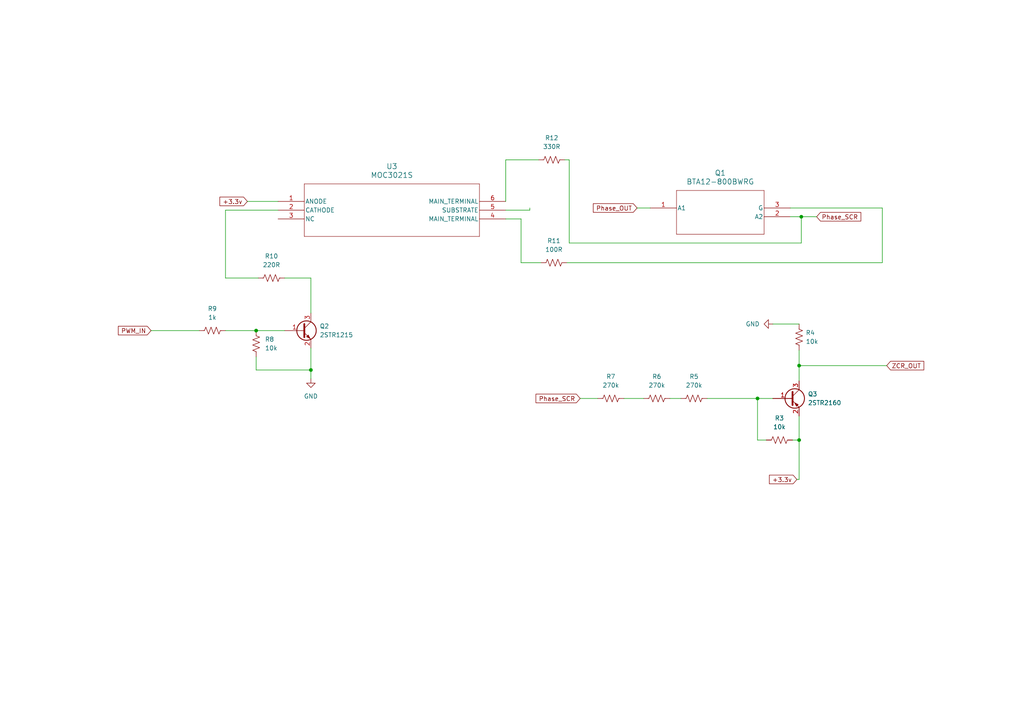
<source format=kicad_sch>
(kicad_sch (version 20230121) (generator eeschema)
  (paper "A4")
  (lib_symbols
    (symbol "2024-01-15_18-29-24:MOC3021S" (pin_names (offset 0.254))
      (property "Reference" "U" (at 33.02 10.16 0))
      (property "Value" "MOC3021S" (at 33.02 7.62 0))
      (symbol "MOC3021S_0_1"
        (polyline (pts (xy 7.62 -10.16) (xy 58.42 -10.16)) (stroke (width 0.127)))
        (polyline (pts (xy 7.62 5.08) (xy 7.62 -10.16)) (stroke (width 0.127)))
        (polyline (pts (xy 58.42 -10.16) (xy 58.42 5.08)) (stroke (width 0.127)))
        (polyline (pts (xy 58.42 5.08) (xy 7.62 5.08)) (stroke (width 0.127)))
        (pin unspecified line (at 0 0 0) (length 7.62) (name "ANODE") (number "1"))
        (pin unspecified line (at 0 -2.54 0) (length 7.62) (name "CATHODE") (number "2"))
        (pin unspecified line (at 0 -5.08 0) (length 7.62) (name "NC") (number "3"))
        (pin unspecified line (at 66.04 -5.08 180) (length 7.62) (name "MAIN_TERMINAL") (number "4"))
        (pin unspecified line (at 66.04 -2.54 180) (length 7.62) (name "SUBSTRATE") (number "5"))
        (pin unspecified line (at 66.04 0 180) (length 7.62) (name "MAIN_TERMINAL") (number "6"))
      )
    )
    (symbol "2024-01-15_18-31-55:BTA12-800BWRG" (pin_names (offset 0.254))
      (property "Reference" "Q" (at 20.32 10.16 0))
      (property "Value" "BTA12-800BWRG" (at 20.32 7.62 0))
      (symbol "BTA12-800BWRG_0_1"
        (polyline (pts (xy 7.62 -7.62) (xy 33.02 -7.62)) (stroke (width 0.127)))
        (polyline (pts (xy 7.62 5.08) (xy 7.62 -7.62)) (stroke (width 0.127)))
        (polyline (pts (xy 33.02 -7.62) (xy 33.02 5.08)) (stroke (width 0.127)))
        (polyline (pts (xy 33.02 5.08) (xy 7.62 5.08)) (stroke (width 0.127)))
        (pin unspecified line (at 0 0 0) (length 7.62) (name "A1") (number "1"))
        (pin unspecified line (at 40.64 -2.54 180) (length 7.62) (name "A2") (number "2"))
        (pin unspecified line (at 40.64 0 180) (length 7.62) (name "G") (number "3"))
      )
    )
    (symbol "Device:R_US" (pin_numbers hide) (pin_names (offset 0))
      (property "Reference" "R" (at 2.54 0 90))
      (property "Value" "R_US" (at -2.54 0 90))
      (symbol "R_US_0_1"
        (polyline (pts (xy 0 -2.286) (xy 0 -2.54)))
        (polyline (pts (xy 0 2.286) (xy 0 2.54)))
        (polyline (pts (xy 0 -0.762) (xy 1.016 -1.143) (xy 0 -1.524) (xy -1.016 -1.905) (xy 0 -2.286)))
        (polyline (pts (xy 0 0.762) (xy 1.016 0.381) (xy 0 0) (xy -1.016 -0.381) (xy 0 -0.762)))
        (polyline (pts (xy 0 2.286) (xy 1.016 1.905) (xy 0 1.524) (xy -1.016 1.143) (xy 0 0.762)))
      )
      (symbol "R_US_1_1"
        (pin passive line (at 0 3.81 270) (length 1.27) (name "~") (number "1"))
        (pin passive line (at 0 -3.81 90) (length 1.27) (name "~") (number "2"))
      )
    )
    (symbol "Transistor_BJT:BC847" (pin_names (offset 0) hide)
      (property "Reference" "Q" (at 5.08 1.905 0))
      (property "Value" "BC847" (at 5.08 0 0))
      (symbol "BC847_0_1"
        (polyline (pts (xy 0.635 0.635) (xy 2.54 2.54)))
        (polyline (pts (xy 0.635 -0.635) (xy 2.54 -2.54) (xy 2.54 -2.54)))
        (polyline (pts (xy 0.635 1.905) (xy 0.635 -1.905) (xy 0.635 -1.905)) (stroke (width 0.508)))
        (polyline (pts (xy 1.27 -1.778) (xy 1.778 -1.27) (xy 2.286 -2.286) (xy 1.27 -1.778) (xy 1.27 -1.778)) (fill (type outline)))
        (circle (center 1.27 0) (radius 2.8194) (stroke (width 0.254)))
      )
      (symbol "BC847_1_1"
        (pin input line (at -5.08 0 0) (length 5.715) (name "B") (number "1"))
        (pin passive line (at 2.54 -5.08 90) (length 2.54) (name "E") (number "2"))
        (pin passive line (at 2.54 5.08 270) (length 2.54) (name "C") (number "3"))
      )
    )
    (symbol "Transistor_BJT:BC857" (pin_names (offset 0) hide)
      (property "Reference" "Q" (at 5.08 1.905 0))
      (property "Value" "BC857" (at 5.08 0 0))
      (symbol "BC857_0_1"
        (polyline (pts (xy 0.635 0.635) (xy 2.54 2.54)))
        (polyline (pts (xy 0.635 -0.635) (xy 2.54 -2.54) (xy 2.54 -2.54)))
        (polyline (pts (xy 0.635 1.905) (xy 0.635 -1.905) (xy 0.635 -1.905)) (stroke (width 0.508)))
        (polyline (pts (xy 2.286 -1.778) (xy 1.778 -2.286) (xy 1.27 -1.27) (xy 2.286 -1.778) (xy 2.286 -1.778)) (fill (type outline)))
        (circle (center 1.27 0) (radius 2.8194) (stroke (width 0.254)))
      )
      (symbol "BC857_1_1"
        (pin input line (at -5.08 0 0) (length 5.715) (name "B") (number "1"))
        (pin passive line (at 2.54 -5.08 90) (length 2.54) (name "E") (number "2"))
        (pin passive line (at 2.54 5.08 270) (length 2.54) (name "C") (number "3"))
      )
    )
    (symbol "power:GND" (power) (pin_names (offset 0))
      (property "Value" "GND" (at 0 -3.81 0))
      (symbol "GND_0_1"
        (polyline (pts (xy 0 0) (xy 0 -1.27) (xy 1.27 -1.27) (xy 0 -2.54) (xy -1.27 -1.27) (xy 0 -1.27)))
      )
      (symbol "GND_1_1"
        (pin power_in line (at 0 0 270) (length 0) hide (name "GND") (number "1"))
      )
    )
  )
  (junction (at 90.17 107.315))
  (junction (at 231.775 127.635))
  (junction (at 74.295 95.885))
  (junction (at 219.71 115.57))
  (junction (at 231.775 106.045))
  (junction (at 232.41 62.865))
  (wire (pts (xy 74.295 95.885) (xy 82.55 95.885)))
  (wire (pts (xy 231.775 127.635) (xy 229.87 127.635)))
  (wire (pts (xy 43.815 95.885) (xy 57.785 95.885)))
  (wire (pts (xy 65.405 95.885) (xy 74.295 95.885)))
  (wire (pts (xy 229.235 60.325) (xy 255.905 60.325)))
  (wire (pts (xy 231.775 106.045) (xy 231.775 110.49)))
  (wire (pts (xy 232.41 62.865) (xy 232.41 70.485)))
  (wire (pts (xy 65.405 80.645) (xy 74.93 80.645)))
  (wire (pts (xy 74.295 103.505) (xy 74.295 107.315)))
  (wire (pts (xy 90.17 100.965) (xy 90.17 107.315)))
  (wire (pts (xy 231.775 120.65) (xy 231.775 127.635)))
  (wire (pts (xy 151.13 63.5) (xy 151.13 76.2)))
  (wire (pts (xy 90.17 107.315) (xy 90.17 109.855)))
  (wire (pts (xy 168.275 115.57) (xy 173.355 115.57)))
  (wire (pts (xy 74.295 107.315) (xy 90.17 107.315)))
  (wire (pts (xy 65.405 60.96) (xy 65.405 80.645)))
  (wire (pts (xy 219.71 115.57) (xy 224.155 115.57)))
  (wire (pts (xy 194.31 115.57) (xy 197.485 115.57)))
  (wire (pts (xy 164.465 76.2) (xy 255.905 76.2)))
  (wire (pts (xy 71.755 58.42) (xy 80.645 58.42)))
  (wire (pts (xy 180.975 115.57) (xy 186.69 115.57)))
  (wire (pts (xy 90.17 80.645) (xy 90.17 90.805)))
  (wire (pts (xy 222.25 127.635) (xy 219.71 127.635)))
  (wire (pts (xy 156.21 46.355) (xy 146.685 46.355)))
  (wire (pts (xy 224.155 93.98) (xy 231.775 93.98)))
  (wire (pts (xy 165.1 46.355) (xy 163.83 46.355)))
  (wire (pts (xy 184.785 60.325) (xy 188.595 60.325)))
  (wire (pts (xy 146.685 63.5) (xy 151.13 63.5)))
  (wire (pts (xy 255.905 60.325) (xy 255.905 76.2)))
  (wire (pts (xy 231.775 127.635) (xy 231.775 139.065)))
  (wire (pts (xy 146.685 46.355) (xy 146.685 58.42)))
  (wire (pts (xy 153.67 60.325) (xy 153.67 60.96)))
  (wire (pts (xy 231.775 139.065) (xy 231.14 139.065)))
  (wire (pts (xy 80.645 60.96) (xy 65.405 60.96)))
  (wire (pts (xy 231.775 101.6) (xy 231.775 106.045)))
  (wire (pts (xy 205.105 115.57) (xy 219.71 115.57)))
  (wire (pts (xy 231.775 106.045) (xy 257.175 106.045)))
  (wire (pts (xy 82.55 80.645) (xy 90.17 80.645)))
  (wire (pts (xy 151.13 76.2) (xy 156.845 76.2)))
  (wire (pts (xy 146.685 60.96) (xy 153.67 60.96)))
  (wire (pts (xy 232.41 70.485) (xy 165.1 70.485)))
  (wire (pts (xy 229.235 62.865) (xy 232.41 62.865)))
  (wire (pts (xy 232.41 62.865) (xy 236.855 62.865)))
  (wire (pts (xy 219.71 127.635) (xy 219.71 115.57)))
  (wire (pts (xy 165.1 70.485) (xy 165.1 46.355)))
  (global_label "Phase_SCR" (shape input) (at 168.275 115.57 180) (property "Intersheetrefs" "${INTERSHEET_REFS}" (effects hide)))
  (global_label "PWM_IN" (shape input) (at 43.815 95.885 180) (property "Intersheetrefs" "${INTERSHEET_REFS}" (effects hide)))
  (global_label "ZCR_OUT" (shape input) (at 257.175 106.045 0) (property "Intersheetrefs" "${INTERSHEET_REFS}" (effects hide)))
  (global_label "Phase_OUT" (shape input) (at 184.785 60.325 180) (property "Intersheetrefs" "${INTERSHEET_REFS}" (effects hide)))
  (global_label "+3.3v" (shape input) (at 71.755 58.42 180) (property "Intersheetrefs" "${INTERSHEET_REFS}" (effects hide)))
  (global_label "+3.3v" (shape input) (at 231.14 139.065 180) (property "Intersheetrefs" "${INTERSHEET_REFS}" (effects hide)))
  (global_label "Phase_SCR" (shape input) (at 236.855 62.865 0) (property "Intersheetrefs" "${INTERSHEET_REFS}" (effects hide)))
  (symbol (lib_id "Transistor_BJT:BC857") (at 229.235 115.57 0) (unit 1)
    (property "Reference" "Q3" (at 234.315 114.3 0) (effects (justify left)))
    (property "Value" "2STR2160" (at 234.315 116.84 0) (effects (justify left)))
    (property "Footprint" "Package_TO_SOT_SMD:SOT-23" (effects hide))
    (property "Datasheet" "https://www.onsemi.com/pub/Collateral/BC860-D.pdf" (effects hide))
  )
  (symbol (lib_id "2024-01-15_18-31-55:BTA12-800BWRG") (at 188.595 60.325 0) (unit 1)
    (property "Reference" "Q1" (at 208.915 50.165 0) (effects (font (size 1.524 1.524))))
    (property "Value" "BTA12-800BWRG" (at 208.915 52.705 0) (effects (font (size 1.524 1.524))))
    (property "Footprint" "Package_TO_SOT_THT:TO-220-3_Vertical" (effects hide))
    (property "Datasheet" "BTA12-800BWRG" (effects hide))
  )
  (symbol (lib_id "Device:R_US") (at 231.775 97.79 0) (unit 1)
    (property "Reference" "R4" (at 233.68 96.52 0) (effects (justify left)))
    (property "Value" "10k" (at 233.68 99.06 0) (effects (justify left)))
    (property "Footprint" "Resistor_SMD:R_0402_1005Metric" (effects hide))
  )
  (symbol (lib_id "Device:R_US") (at 61.595 95.885 270) (unit 1)
    (property "Reference" "R9" (at 61.595 89.535 90))
    (property "Value" "1k" (at 61.595 92.075 90))
    (property "Footprint" "Resistor_SMD:R_0201_0603Metric" (effects hide))
  )
  (symbol (lib_id "Transistor_BJT:BC847") (at 87.63 95.885 0) (unit 1)
    (property "Reference" "Q2" (at 92.71 94.615 0) (effects (justify left)))
    (property "Value" "2STR1215" (at 92.71 97.155 0) (effects (justify left)))
    (property "Footprint" "Package_TO_SOT_SMD:SOT-23" (effects hide))
    (property "Datasheet" "http://www.infineon.com/dgdl/Infineon-BC847SERIES_BC848SERIES_BC849SERIES_BC850SERIES-DS-v01_01-en.pdf?fileId=db3a304314dca389011541d4630a1657" (effects hide))
  )
  (symbol (lib_id "Device:R_US") (at 226.06 127.635 90) (unit 1)
    (property "Reference" "R3" (at 226.06 121.285 90))
    (property "Value" "10k" (at 226.06 123.825 90))
    (property "Footprint" "Resistor_SMD:R_0402_1005Metric" (effects hide))
  )
  (symbol (lib_id "power:GND") (at 90.17 109.855 0) (unit 1)
    (property "Reference" "#PWR07" (effects hide))
    (property "Value" "GND" (at 90.17 114.935 0))
  )
  (symbol (lib_id "Device:R_US") (at 201.295 115.57 90) (unit 1)
    (property "Reference" "R5" (at 201.295 109.22 90))
    (property "Value" "270k" (at 201.295 111.76 90))
    (property "Footprint" "Resistor_SMD:R_1206_3216Metric" (effects hide))
  )
  (symbol (lib_id "2024-01-15_18-29-24:MOC3021S") (at 80.645 58.42 0) (unit 1)
    (property "Reference" "U3" (at 113.665 48.26 0) (effects (font (size 1.524 1.524))))
    (property "Value" "MOC3021S" (at 113.665 50.8 0) (effects (font (size 1.524 1.524))))
    (property "Footprint" "moc:MOC3021S_LTO" (effects hide))
    (property "Datasheet" "MOC3021S" (effects hide))
  )
  (symbol (lib_id "Device:R_US") (at 160.655 76.2 90) (unit 1)
    (property "Reference" "R11" (at 160.655 69.85 90))
    (property "Value" "100R" (at 160.655 72.39 90))
    (property "Footprint" "Resistor_SMD:R_1206_3216Metric" (effects hide))
  )
  (symbol (lib_id "Device:R_US") (at 160.02 46.355 90) (unit 1)
    (property "Reference" "R12" (at 160.02 40.005 90))
    (property "Value" "330R" (at 160.02 42.545 90))
    (property "Footprint" "Resistor_SMD:R_1206_3216Metric" (effects hide))
  )
  (symbol (lib_id "Device:R_US") (at 74.295 99.695 180) (unit 1)
    (property "Reference" "R8" (at 76.835 98.425 0) (effects (justify right)))
    (property "Value" "10k" (at 76.835 100.965 0) (effects (justify right)))
    (property "Footprint" "Resistor_SMD:R_0201_0603Metric" (effects hide))
  )
  (symbol (lib_id "Device:R_US") (at 190.5 115.57 90) (unit 1)
    (property "Reference" "R6" (at 190.5 109.22 90))
    (property "Value" "270k" (at 190.5 111.76 90))
    (property "Footprint" "Resistor_SMD:R_1206_3216Metric" (effects hide))
  )
  (symbol (lib_id "power:GND") (at 224.155 93.98 270) (unit 1)
    (property "Reference" "#PWR06" (effects hide))
    (property "Value" "GND" (at 220.345 93.98 90) (effects (justify right)))
  )
  (symbol (lib_id "Device:R_US") (at 177.165 115.57 90) (unit 1)
    (property "Reference" "R7" (at 177.165 109.22 90))
    (property "Value" "270k" (at 177.165 111.76 90))
    (property "Footprint" "Resistor_SMD:R_1206_3216Metric" (effects hide))
  )
  (symbol (lib_id "Device:R_US") (at 78.74 80.645 270) (unit 1)
    (property "Reference" "R10" (at 78.74 74.295 90))
    (property "Value" "220R" (at 78.74 76.835 90))
    (property "Footprint" "Resistor_SMD:R_0402_1005Metric" (effects hide))
  )
)
</source>
